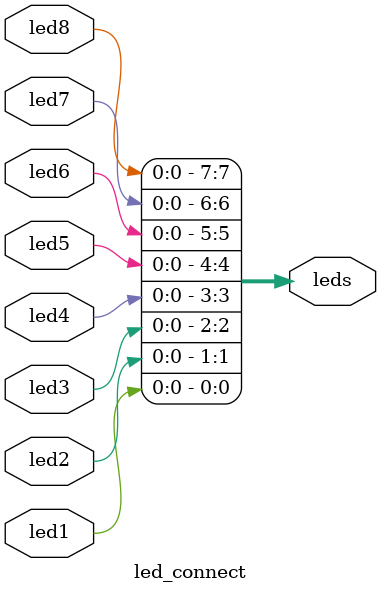
<source format=v>
`timescale 1ns / 1ps


module led_connect #(
    parameter NUM_LEDS = 8
)
(
    input led1,
    input led2,
    input led3,
    input led4,
    input led5,
    input led6,
    input led7,
    input led8,
    
    output [NUM_LEDS-1:0] leds
);
    assign leds = { led8, led7, led6, led5, led4, led3, led2, led1 };

endmodule

</source>
